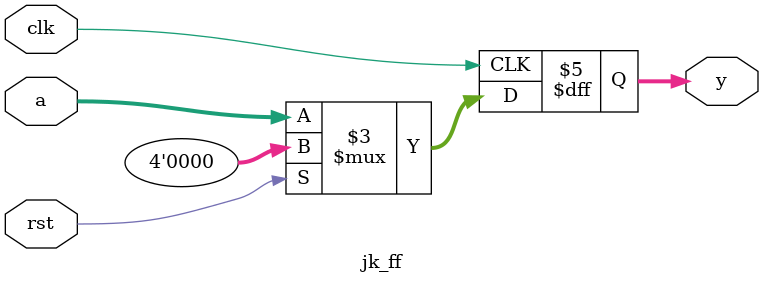
<source format=v>
/* 
 * Corevexis Semiconductor 
 * Example 73: JK FF 
 */

module jk_ff (
    input clk,
    input rst,
    input [3:0] a,
    output reg [3:0] y
);

always @(posedge clk) begin
    if(rst) y <= 4'b0;
    else y <= a; 
end

endmodule
</source>
